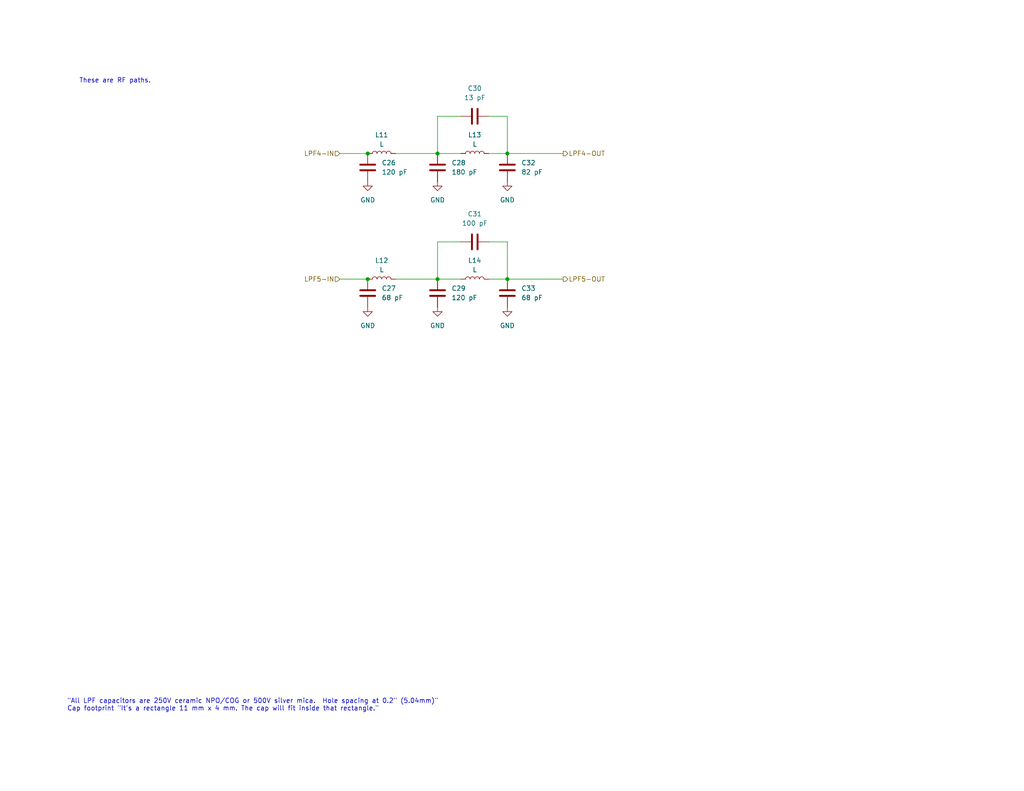
<source format=kicad_sch>
(kicad_sch (version 20231120) (generator "eeschema") (generator_version "8.0")
  (paper "USLetter")
  (title_block (title "QMX+ Amp") (date "2024-08-19") (rev "v0.9") (company "WA7GIL"))
  (lib_symbols
    (symbol "Device:C" (pin_numbers hide) (pin_names (offset 0.254))
      (property "Reference" "C" (at 0.635 2.54 0))
      (property "Value" "C" (at 0.635 -2.54 0))
      (symbol "C_0_1"
        (polyline (pts (xy -2.032 -0.762) (xy 2.032 -0.762)) (stroke (width 0.508)))
        (polyline (pts (xy -2.032 0.762) (xy 2.032 0.762)) (stroke (width 0.508)))
      )
      (symbol "C_1_1"
        (pin passive line (at 0 3.81 270) (length 2.794) (name "~") (number "1"))
        (pin passive line (at 0 -3.81 90) (length 2.794) (name "~") (number "2"))
      )
    )
    (symbol "Device:L" (pin_numbers hide) (pin_names (offset 1.016) hide)
      (property "Reference" "L" (at -1.27 0 90))
      (property "Value" "L" (at 1.905 0 90))
      (symbol "L_0_1"
        (arc (start 0 -2.54) (mid 0.6323 -1.905) (end 0 -1.27))
        (arc (start 0 -1.27) (mid 0.6323 -0.635) (end 0 0))
        (arc (start 0 0) (mid 0.6323 0.635) (end 0 1.27))
        (arc (start 0 1.27) (mid 0.6323 1.905) (end 0 2.54))
      )
      (symbol "L_1_1"
        (pin passive line (at 0 3.81 270) (length 1.27) (name "1") (number "1"))
        (pin passive line (at 0 -3.81 90) (length 1.27) (name "2") (number "2"))
      )
    )
    (symbol "power:GND" (power) (pin_numbers hide) (pin_names (offset 0) hide)
      (property "Value" "GND" (at 0 -3.81 0))
      (symbol "GND_0_1"
        (polyline (pts (xy 0 0) (xy 0 -1.27) (xy 1.27 -1.27) (xy 0 -2.54) (xy -1.27 -1.27) (xy 0 -1.27)))
      )
      (symbol "GND_1_1"
        (pin power_in line (at 0 0 270) (length 0) (name "~") (number "1"))
      )
    )
  )
  (junction (at 138.43 41.91))
  (junction (at 119.38 41.91))
  (junction (at 100.33 41.91))
  (junction (at 100.33 76.2))
  (junction (at 138.43 76.2))
  (junction (at 119.38 76.2))
  (wire (pts (xy 119.38 31.75) (xy 119.38 41.91)))
  (wire (pts (xy 119.38 41.91) (xy 125.73 41.91)))
  (wire (pts (xy 133.35 41.91) (xy 138.43 41.91)))
  (wire (pts (xy 138.43 31.75) (xy 138.43 41.91)))
  (wire (pts (xy 125.73 31.75) (xy 119.38 31.75)))
  (wire (pts (xy 133.35 66.04) (xy 138.43 66.04)))
  (wire (pts (xy 133.35 76.2) (xy 138.43 76.2)))
  (wire (pts (xy 92.71 76.2) (xy 100.33 76.2)))
  (wire (pts (xy 119.38 66.04) (xy 119.38 76.2)))
  (wire (pts (xy 125.73 66.04) (xy 119.38 66.04)))
  (wire (pts (xy 107.95 41.91) (xy 119.38 41.91)))
  (wire (pts (xy 133.35 31.75) (xy 138.43 31.75)))
  (wire (pts (xy 138.43 41.91) (xy 153.67 41.91)))
  (wire (pts (xy 92.71 41.91) (xy 100.33 41.91)))
  (wire (pts (xy 119.38 76.2) (xy 125.73 76.2)))
  (wire (pts (xy 138.43 76.2) (xy 153.67 76.2)))
  (wire (pts (xy 138.43 66.04) (xy 138.43 76.2)))
  (wire (pts (xy 107.95 76.2) (xy 119.38 76.2)))
  (text "These are RF paths." (at 21.59 22.098 0) (effects (font (size 1.27 1.27)) (justify left)))
  (text "\"All LPF capacitors are 250V ceramic NPO/COG or 500V silver mica.  Hole spacing at 0.2\" (5.04mm)\"\nCap footprint \"It's a rectangle 11 mm x 4 mm. The cap will fit inside that rectangle.\"" (at 18.288 192.532 0) (effects (font (size 1.27 1.27)) (justify left)))
  (hierarchical_label "LPF5-IN" (shape input) (at 92.71 76.2 180))
  (hierarchical_label "LPF5-OUT" (shape output) (at 153.67 76.2 0))
  (hierarchical_label "LPF4-IN" (shape input) (at 92.71 41.91 180))
  (hierarchical_label "LPF4-OUT" (shape output) (at 153.67 41.91 0))
  (symbol (lib_id "Device:C") (at 138.43 80.01 0) (unit 1)
    (property "Reference" "C33" (at 142.24 78.7399 0) (effects (justify left)))
    (property "Value" "68 pF" (at 142.24 81.2799 0) (effects (justify left)))
    (property "Footprint" "ZZZMyLibrary:C_Disc_D11.0mm_W4.0mm_P5.00mm" (effects (hide yes)))
    (property "Description" "Unpolarized capacitor" (effects (hide yes)))
  )
  (symbol (lib_id "Device:C") (at 129.54 66.04 90) (unit 1)
    (property "Reference" "C31" (at 129.54 58.42 90))
    (property "Value" "100 pF" (at 129.54 60.96 90))
    (property "Footprint" "ZZZMyLibrary:C_Disc_D11.0mm_W4.0mm_P5.00mm" (effects (hide yes)))
    (property "Description" "Unpolarized capacitor" (effects (hide yes)))
  )
  (symbol (lib_id "power:GND") (at 119.38 49.53 0) (unit 1)
    (property "Reference" "#PWR059" (effects (hide yes)))
    (property "Value" "GND" (at 119.38 54.61 0))
    (property "Description" "Power symbol creates a global label with name \"GND\" , ground" (effects (hide yes)))
  )
  (symbol (lib_id "power:GND") (at 138.43 49.53 0) (unit 1)
    (property "Reference" "#PWR061" (effects (hide yes)))
    (property "Value" "GND" (at 138.43 54.61 0))
    (property "Description" "Power symbol creates a global label with name \"GND\" , ground" (effects (hide yes)))
  )
  (symbol (lib_id "Device:C") (at 100.33 80.01 0) (unit 1)
    (property "Reference" "C27" (at 104.14 78.7399 0) (effects (justify left)))
    (property "Value" "68 pF" (at 104.14 81.2799 0) (effects (justify left)))
    (property "Footprint" "ZZZMyLibrary:C_Disc_D11.0mm_W4.0mm_P5.00mm" (effects (hide yes)))
    (property "Description" "Unpolarized capacitor" (effects (hide yes)))
  )
  (symbol (lib_id "power:GND") (at 138.43 83.82 0) (unit 1)
    (property "Reference" "#PWR062" (effects (hide yes)))
    (property "Value" "GND" (at 138.43 88.9 0))
    (property "Description" "Power symbol creates a global label with name \"GND\" , ground" (effects (hide yes)))
  )
  (symbol (lib_id "power:GND") (at 100.33 83.82 0) (unit 1)
    (property "Reference" "#PWR058" (effects (hide yes)))
    (property "Value" "GND" (at 100.33 88.9 0))
    (property "Description" "Power symbol creates a global label with name \"GND\" , ground" (effects (hide yes)))
  )
  (symbol (lib_id "Device:C") (at 129.54 31.75 90) (unit 1)
    (property "Reference" "C30" (at 129.54 24.13 90))
    (property "Value" "13 pF" (at 129.54 26.67 90))
    (property "Footprint" "ZZZMyLibrary:C_Disc_D11.0mm_W4.0mm_P5.00mm" (effects (hide yes)))
    (property "Description" "Unpolarized capacitor" (effects (hide yes)))
  )
  (symbol (lib_id "Device:C") (at 119.38 80.01 0) (unit 1)
    (property "Reference" "C29" (at 123.19 78.7399 0) (effects (justify left)))
    (property "Value" "120 pF" (at 123.19 81.2799 0) (effects (justify left)))
    (property "Footprint" "ZZZMyLibrary:C_Disc_D11.0mm_W4.0mm_P5.00mm" (effects (hide yes)))
    (property "Description" "Unpolarized capacitor" (effects (hide yes)))
  )
  (symbol (lib_id "power:GND") (at 119.38 83.82 0) (unit 1)
    (property "Reference" "#PWR060" (effects (hide yes)))
    (property "Value" "GND" (at 119.38 88.9 0))
    (property "Description" "Power symbol creates a global label with name \"GND\" , ground" (effects (hide yes)))
  )
  (symbol (lib_id "power:GND") (at 100.33 49.53 0) (unit 1)
    (property "Reference" "#PWR057" (effects (hide yes)))
    (property "Value" "GND" (at 100.33 54.61 0))
    (property "Description" "Power symbol creates a global label with name \"GND\" , ground" (effects (hide yes)))
  )
  (symbol (lib_id "Device:L") (at 104.14 76.2 90) (unit 1)
    (property "Reference" "L12" (at 104.14 71.12 90))
    (property "Value" "L" (at 104.14 73.66 90))
    (property "Footprint" "ZZZMyLibrary:Toroid_T50_Vertical_L14.0mm_W5.6mm" (effects (hide yes)))
    (property "Description" "Inductor" (effects (hide yes)))
  )
  (symbol (lib_id "Device:C") (at 119.38 45.72 180) (unit 1)
    (property "Reference" "C28" (at 123.19 44.4499 0) (effects (justify right)))
    (property "Value" "180 pF" (at 123.19 46.9899 0) (effects (justify right)))
    (property "Footprint" "ZZZMyLibrary:C_Disc_D11.0mm_W4.0mm_P5.00mm" (effects (hide yes)))
    (property "Description" "Unpolarized capacitor" (effects (hide yes)))
  )
  (symbol (lib_id "Device:C") (at 138.43 45.72 0) (unit 1)
    (property "Reference" "C32" (at 142.24 44.4499 0) (effects (justify left)))
    (property "Value" "82 pF" (at 142.24 46.9899 0) (effects (justify left)))
    (property "Footprint" "ZZZMyLibrary:C_Disc_D11.0mm_W4.0mm_P5.00mm" (effects (hide yes)))
    (property "Description" "Unpolarized capacitor" (effects (hide yes)))
  )
  (symbol (lib_id "Device:L") (at 129.54 41.91 90) (unit 1)
    (property "Reference" "L13" (at 129.54 36.83 90))
    (property "Value" "L" (at 129.54 39.37 90))
    (property "Footprint" "ZZZMyLibrary:Toroid_T50_Vertical_L14.0mm_W5.6mm" (effects (hide yes)))
    (property "Description" "Inductor" (effects (hide yes)))
  )
  (symbol (lib_id "Device:L") (at 129.54 76.2 90) (unit 1)
    (property "Reference" "L14" (at 129.54 71.12 90))
    (property "Value" "L" (at 129.54 73.66 90))
    (property "Footprint" "ZZZMyLibrary:Toroid_T50_Vertical_L14.0mm_W5.6mm" (effects (hide yes)))
    (property "Description" "Inductor" (effects (hide yes)))
  )
  (symbol (lib_id "Device:C") (at 100.33 45.72 0) (unit 1)
    (property "Reference" "C26" (at 104.14 44.4499 0) (effects (justify left)))
    (property "Value" "120 pF" (at 104.14 46.9899 0) (effects (justify left)))
    (property "Footprint" "ZZZMyLibrary:C_Disc_D11.0mm_W4.0mm_P5.00mm" (effects (hide yes)))
    (property "Description" "Unpolarized capacitor" (effects (hide yes)))
  )
  (symbol (lib_id "Device:L") (at 104.14 41.91 90) (unit 1)
    (property "Reference" "L11" (at 104.14 36.83 90))
    (property "Value" "L" (at 104.14 39.37 90))
    (property "Footprint" "ZZZMyLibrary:Toroid_T50_Vertical_L14.0mm_W5.6mm" (effects (hide yes)))
    (property "Description" "Inductor" (effects (hide yes)))
  )
)
</source>
